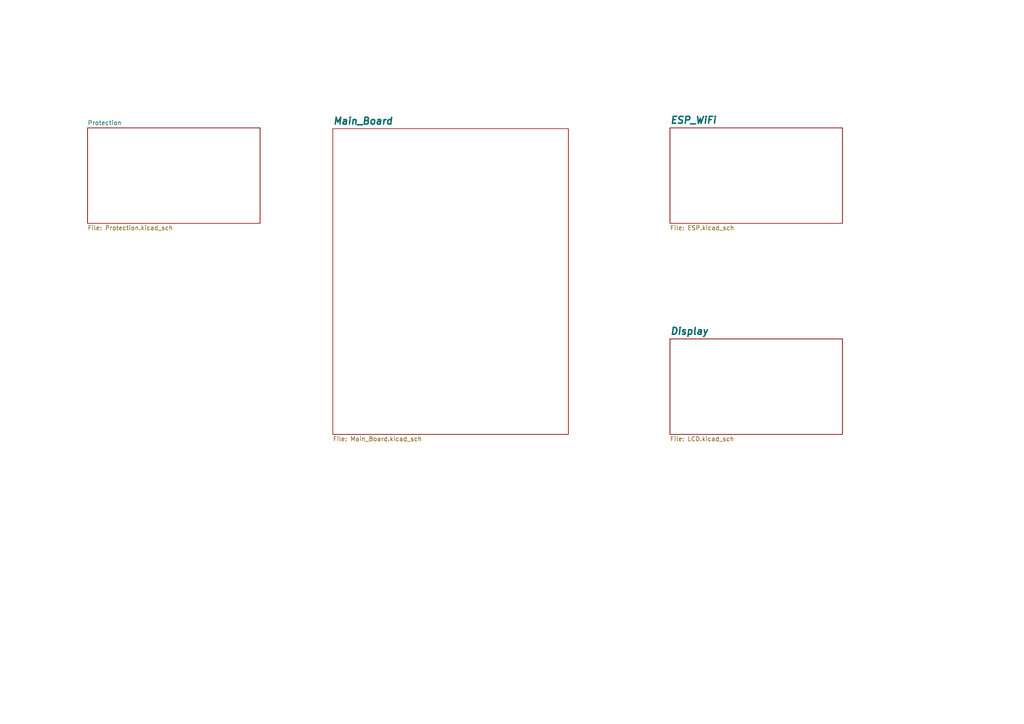
<source format=kicad_sch>
(kicad_sch (version 20230121) (generator eeschema)

  (uuid 65e4f495-1587-47cc-89e7-5f7f29c51acd)

  (paper "A4")

  (lib_symbols
  )


  (sheet (at 25.4 37.084) (size 50.038 27.686) (fields_autoplaced)
    (stroke (width 0.1524) (type solid))
    (fill (color 0 0 0 0.0000))
    (uuid 1ca0b73e-8b87-4889-98c7-9507f8eedb07)
    (property "Sheetname" "Protection" (at 25.4 36.3724 0)
      (effects (font (size 1.27 1.27)) (justify left bottom))
    )
    (property "Sheetfile" "Protection.kicad_sch" (at 25.4 65.3546 0)
      (effects (font (size 1.27 1.27)) (justify left top))
    )
    (instances
      (project "EV_Charger"
        (path "/65e4f495-1587-47cc-89e7-5f7f29c51acd" (page "5"))
      )
    )
  )

  (sheet (at 96.52 37.338) (size 68.326 88.646) (fields_autoplaced)
    (stroke (width 0.1524) (type solid))
    (fill (color 0 0 0 0.0000))
    (uuid 85c1dc23-d924-40e7-9657-7f617e4f58f6)
    (property "Sheetname" "Main_Board" (at 96.52 36.2614 0)
      (effects (font (size 2 2) bold italic) (justify left bottom))
    )
    (property "Sheetfile" "Main_Board.kicad_sch" (at 96.52 126.5686 0)
      (effects (font (size 1.27 1.27)) (justify left top))
    )
    (instances
      (project "EV_Charger"
        (path "/65e4f495-1587-47cc-89e7-5f7f29c51acd" (page "2"))
      )
    )
  )

  (sheet (at 194.31 37.084) (size 50.038 27.686) (fields_autoplaced)
    (stroke (width 0.1524) (type solid))
    (fill (color 0 0 0 0.0000))
    (uuid c7f5ad68-baf5-4da2-a4a9-58919ab7e2da)
    (property "Sheetname" "ESP_WiFi" (at 194.31 36.0074 0)
      (effects (font (size 2 2) bold italic) (justify left bottom))
    )
    (property "Sheetfile" "ESP.kicad_sch" (at 194.31 65.3546 0)
      (effects (font (size 1.27 1.27)) (justify left top))
    )
    (instances
      (project "EV_Charger"
        (path "/65e4f495-1587-47cc-89e7-5f7f29c51acd" (page "3"))
      )
    )
  )

  (sheet (at 194.31 98.298) (size 50.038 27.686) (fields_autoplaced)
    (stroke (width 0.1524) (type solid))
    (fill (color 0 0 0 0.0000))
    (uuid d4201b02-3c77-40d9-87d7-e4a8cb81e256)
    (property "Sheetname" "Display" (at 194.31 97.2214 0)
      (effects (font (size 2 2) bold italic) (justify left bottom))
    )
    (property "Sheetfile" "LCD.kicad_sch" (at 194.31 126.5686 0)
      (effects (font (size 1.27 1.27)) (justify left top))
    )
    (instances
      (project "EV_Charger"
        (path "/65e4f495-1587-47cc-89e7-5f7f29c51acd" (page "4"))
      )
    )
  )

  (sheet_instances
    (path "/" (page "1"))
  )
)

</source>
